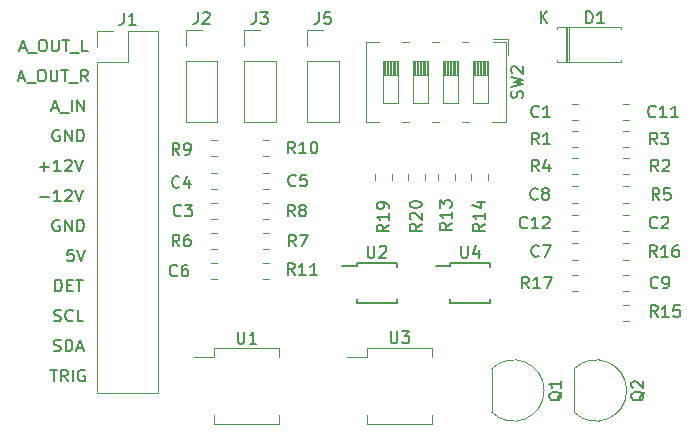
<source format=gto>
%TF.GenerationSoftware,KiCad,Pcbnew,(6.0.2)*%
%TF.CreationDate,2022-04-01T15:45:15-05:00*%
%TF.ProjectId,bassDrum,62617373-4472-4756-9d2e-6b696361645f,rev?*%
%TF.SameCoordinates,Original*%
%TF.FileFunction,Legend,Top*%
%TF.FilePolarity,Positive*%
%FSLAX46Y46*%
G04 Gerber Fmt 4.6, Leading zero omitted, Abs format (unit mm)*
G04 Created by KiCad (PCBNEW (6.0.2)) date 2022-04-01 15:45:15*
%MOMM*%
%LPD*%
G01*
G04 APERTURE LIST*
%ADD10C,0.150000*%
%ADD11C,0.120000*%
G04 APERTURE END LIST*
D10*
X109601190Y-107402380D02*
X110172619Y-107402380D01*
X109886904Y-108402380D02*
X109886904Y-107402380D01*
X111077380Y-108402380D02*
X110744047Y-107926190D01*
X110505952Y-108402380D02*
X110505952Y-107402380D01*
X110886904Y-107402380D01*
X110982142Y-107450000D01*
X111029761Y-107497619D01*
X111077380Y-107592857D01*
X111077380Y-107735714D01*
X111029761Y-107830952D01*
X110982142Y-107878571D01*
X110886904Y-107926190D01*
X110505952Y-107926190D01*
X111505952Y-108402380D02*
X111505952Y-107402380D01*
X112505952Y-107450000D02*
X112410714Y-107402380D01*
X112267857Y-107402380D01*
X112125000Y-107450000D01*
X112029761Y-107545238D01*
X111982142Y-107640476D01*
X111934523Y-107830952D01*
X111934523Y-107973809D01*
X111982142Y-108164285D01*
X112029761Y-108259523D01*
X112125000Y-108354761D01*
X112267857Y-108402380D01*
X112363095Y-108402380D01*
X112505952Y-108354761D01*
X112553571Y-108307142D01*
X112553571Y-107973809D01*
X112363095Y-107973809D01*
X109910714Y-105814761D02*
X110053571Y-105862380D01*
X110291666Y-105862380D01*
X110386904Y-105814761D01*
X110434523Y-105767142D01*
X110482142Y-105671904D01*
X110482142Y-105576666D01*
X110434523Y-105481428D01*
X110386904Y-105433809D01*
X110291666Y-105386190D01*
X110101190Y-105338571D01*
X110005952Y-105290952D01*
X109958333Y-105243333D01*
X109910714Y-105148095D01*
X109910714Y-105052857D01*
X109958333Y-104957619D01*
X110005952Y-104910000D01*
X110101190Y-104862380D01*
X110339285Y-104862380D01*
X110482142Y-104910000D01*
X110910714Y-105862380D02*
X110910714Y-104862380D01*
X111148809Y-104862380D01*
X111291666Y-104910000D01*
X111386904Y-105005238D01*
X111434523Y-105100476D01*
X111482142Y-105290952D01*
X111482142Y-105433809D01*
X111434523Y-105624285D01*
X111386904Y-105719523D01*
X111291666Y-105814761D01*
X111148809Y-105862380D01*
X110910714Y-105862380D01*
X111863095Y-105576666D02*
X112339285Y-105576666D01*
X111767857Y-105862380D02*
X112101190Y-104862380D01*
X112434523Y-105862380D01*
X109934523Y-103274761D02*
X110077380Y-103322380D01*
X110315476Y-103322380D01*
X110410714Y-103274761D01*
X110458333Y-103227142D01*
X110505952Y-103131904D01*
X110505952Y-103036666D01*
X110458333Y-102941428D01*
X110410714Y-102893809D01*
X110315476Y-102846190D01*
X110125000Y-102798571D01*
X110029761Y-102750952D01*
X109982142Y-102703333D01*
X109934523Y-102608095D01*
X109934523Y-102512857D01*
X109982142Y-102417619D01*
X110029761Y-102370000D01*
X110125000Y-102322380D01*
X110363095Y-102322380D01*
X110505952Y-102370000D01*
X111505952Y-103227142D02*
X111458333Y-103274761D01*
X111315476Y-103322380D01*
X111220238Y-103322380D01*
X111077380Y-103274761D01*
X110982142Y-103179523D01*
X110934523Y-103084285D01*
X110886904Y-102893809D01*
X110886904Y-102750952D01*
X110934523Y-102560476D01*
X110982142Y-102465238D01*
X111077380Y-102370000D01*
X111220238Y-102322380D01*
X111315476Y-102322380D01*
X111458333Y-102370000D01*
X111505952Y-102417619D01*
X112410714Y-103322380D02*
X111934523Y-103322380D01*
X111934523Y-102322380D01*
X110029761Y-100782380D02*
X110029761Y-99782380D01*
X110267857Y-99782380D01*
X110410714Y-99830000D01*
X110505952Y-99925238D01*
X110553571Y-100020476D01*
X110601190Y-100210952D01*
X110601190Y-100353809D01*
X110553571Y-100544285D01*
X110505952Y-100639523D01*
X110410714Y-100734761D01*
X110267857Y-100782380D01*
X110029761Y-100782380D01*
X111029761Y-100258571D02*
X111363095Y-100258571D01*
X111505952Y-100782380D02*
X111029761Y-100782380D01*
X111029761Y-99782380D01*
X111505952Y-99782380D01*
X111791666Y-99782380D02*
X112363095Y-99782380D01*
X112077380Y-100782380D02*
X112077380Y-99782380D01*
X111569523Y-97242380D02*
X111093333Y-97242380D01*
X111045714Y-97718571D01*
X111093333Y-97670952D01*
X111188571Y-97623333D01*
X111426666Y-97623333D01*
X111521904Y-97670952D01*
X111569523Y-97718571D01*
X111617142Y-97813809D01*
X111617142Y-98051904D01*
X111569523Y-98147142D01*
X111521904Y-98194761D01*
X111426666Y-98242380D01*
X111188571Y-98242380D01*
X111093333Y-98194761D01*
X111045714Y-98147142D01*
X111902857Y-97242380D02*
X112236190Y-98242380D01*
X112569523Y-97242380D01*
X110363095Y-94750000D02*
X110267857Y-94702380D01*
X110125000Y-94702380D01*
X109982142Y-94750000D01*
X109886904Y-94845238D01*
X109839285Y-94940476D01*
X109791666Y-95130952D01*
X109791666Y-95273809D01*
X109839285Y-95464285D01*
X109886904Y-95559523D01*
X109982142Y-95654761D01*
X110125000Y-95702380D01*
X110220238Y-95702380D01*
X110363095Y-95654761D01*
X110410714Y-95607142D01*
X110410714Y-95273809D01*
X110220238Y-95273809D01*
X110839285Y-95702380D02*
X110839285Y-94702380D01*
X111410714Y-95702380D01*
X111410714Y-94702380D01*
X111886904Y-95702380D02*
X111886904Y-94702380D01*
X112125000Y-94702380D01*
X112267857Y-94750000D01*
X112363095Y-94845238D01*
X112410714Y-94940476D01*
X112458333Y-95130952D01*
X112458333Y-95273809D01*
X112410714Y-95464285D01*
X112363095Y-95559523D01*
X112267857Y-95654761D01*
X112125000Y-95702380D01*
X111886904Y-95702380D01*
X108728095Y-92781428D02*
X109490000Y-92781428D01*
X110490000Y-93162380D02*
X109918571Y-93162380D01*
X110204285Y-93162380D02*
X110204285Y-92162380D01*
X110109047Y-92305238D01*
X110013809Y-92400476D01*
X109918571Y-92448095D01*
X110870952Y-92257619D02*
X110918571Y-92210000D01*
X111013809Y-92162380D01*
X111251904Y-92162380D01*
X111347142Y-92210000D01*
X111394761Y-92257619D01*
X111442380Y-92352857D01*
X111442380Y-92448095D01*
X111394761Y-92590952D01*
X110823333Y-93162380D01*
X111442380Y-93162380D01*
X111728095Y-92162380D02*
X112061428Y-93162380D01*
X112394761Y-92162380D01*
X108728095Y-90241428D02*
X109490000Y-90241428D01*
X109109047Y-90622380D02*
X109109047Y-89860476D01*
X110490000Y-90622380D02*
X109918571Y-90622380D01*
X110204285Y-90622380D02*
X110204285Y-89622380D01*
X110109047Y-89765238D01*
X110013809Y-89860476D01*
X109918571Y-89908095D01*
X110870952Y-89717619D02*
X110918571Y-89670000D01*
X111013809Y-89622380D01*
X111251904Y-89622380D01*
X111347142Y-89670000D01*
X111394761Y-89717619D01*
X111442380Y-89812857D01*
X111442380Y-89908095D01*
X111394761Y-90050952D01*
X110823333Y-90622380D01*
X111442380Y-90622380D01*
X111728095Y-89622380D02*
X112061428Y-90622380D01*
X112394761Y-89622380D01*
X110363095Y-87130000D02*
X110267857Y-87082380D01*
X110125000Y-87082380D01*
X109982142Y-87130000D01*
X109886904Y-87225238D01*
X109839285Y-87320476D01*
X109791666Y-87510952D01*
X109791666Y-87653809D01*
X109839285Y-87844285D01*
X109886904Y-87939523D01*
X109982142Y-88034761D01*
X110125000Y-88082380D01*
X110220238Y-88082380D01*
X110363095Y-88034761D01*
X110410714Y-87987142D01*
X110410714Y-87653809D01*
X110220238Y-87653809D01*
X110839285Y-88082380D02*
X110839285Y-87082380D01*
X111410714Y-88082380D01*
X111410714Y-87082380D01*
X111886904Y-88082380D02*
X111886904Y-87082380D01*
X112125000Y-87082380D01*
X112267857Y-87130000D01*
X112363095Y-87225238D01*
X112410714Y-87320476D01*
X112458333Y-87510952D01*
X112458333Y-87653809D01*
X112410714Y-87844285D01*
X112363095Y-87939523D01*
X112267857Y-88034761D01*
X112125000Y-88082380D01*
X111886904Y-88082380D01*
X109744047Y-85256666D02*
X110220238Y-85256666D01*
X109648809Y-85542380D02*
X109982142Y-84542380D01*
X110315476Y-85542380D01*
X110410714Y-85637619D02*
X111172619Y-85637619D01*
X111410714Y-85542380D02*
X111410714Y-84542380D01*
X111886904Y-85542380D02*
X111886904Y-84542380D01*
X112458333Y-85542380D01*
X112458333Y-84542380D01*
X106926428Y-82716666D02*
X107402619Y-82716666D01*
X106831190Y-83002380D02*
X107164523Y-82002380D01*
X107497857Y-83002380D01*
X107593095Y-83097619D02*
X108355000Y-83097619D01*
X108783571Y-82002380D02*
X108974047Y-82002380D01*
X109069285Y-82050000D01*
X109164523Y-82145238D01*
X109212142Y-82335714D01*
X109212142Y-82669047D01*
X109164523Y-82859523D01*
X109069285Y-82954761D01*
X108974047Y-83002380D01*
X108783571Y-83002380D01*
X108688333Y-82954761D01*
X108593095Y-82859523D01*
X108545476Y-82669047D01*
X108545476Y-82335714D01*
X108593095Y-82145238D01*
X108688333Y-82050000D01*
X108783571Y-82002380D01*
X109640714Y-82002380D02*
X109640714Y-82811904D01*
X109688333Y-82907142D01*
X109735952Y-82954761D01*
X109831190Y-83002380D01*
X110021666Y-83002380D01*
X110116904Y-82954761D01*
X110164523Y-82907142D01*
X110212142Y-82811904D01*
X110212142Y-82002380D01*
X110545476Y-82002380D02*
X111116904Y-82002380D01*
X110831190Y-83002380D02*
X110831190Y-82002380D01*
X111212142Y-83097619D02*
X111974047Y-83097619D01*
X112783571Y-83002380D02*
X112450238Y-82526190D01*
X112212142Y-83002380D02*
X112212142Y-82002380D01*
X112593095Y-82002380D01*
X112688333Y-82050000D01*
X112735952Y-82097619D01*
X112783571Y-82192857D01*
X112783571Y-82335714D01*
X112735952Y-82430952D01*
X112688333Y-82478571D01*
X112593095Y-82526190D01*
X112212142Y-82526190D01*
X107021666Y-80176666D02*
X107497857Y-80176666D01*
X106926428Y-80462380D02*
X107259761Y-79462380D01*
X107593095Y-80462380D01*
X107688333Y-80557619D02*
X108450238Y-80557619D01*
X108878809Y-79462380D02*
X109069285Y-79462380D01*
X109164523Y-79510000D01*
X109259761Y-79605238D01*
X109307380Y-79795714D01*
X109307380Y-80129047D01*
X109259761Y-80319523D01*
X109164523Y-80414761D01*
X109069285Y-80462380D01*
X108878809Y-80462380D01*
X108783571Y-80414761D01*
X108688333Y-80319523D01*
X108640714Y-80129047D01*
X108640714Y-79795714D01*
X108688333Y-79605238D01*
X108783571Y-79510000D01*
X108878809Y-79462380D01*
X109735952Y-79462380D02*
X109735952Y-80271904D01*
X109783571Y-80367142D01*
X109831190Y-80414761D01*
X109926428Y-80462380D01*
X110116904Y-80462380D01*
X110212142Y-80414761D01*
X110259761Y-80367142D01*
X110307380Y-80271904D01*
X110307380Y-79462380D01*
X110640714Y-79462380D02*
X111212142Y-79462380D01*
X110926428Y-80462380D02*
X110926428Y-79462380D01*
X111307380Y-80557619D02*
X112069285Y-80557619D01*
X112783571Y-80462380D02*
X112307380Y-80462380D01*
X112307380Y-79462380D01*
%TO.C,U4*%
X144399095Y-96928380D02*
X144399095Y-97737904D01*
X144446714Y-97833142D01*
X144494333Y-97880761D01*
X144589571Y-97928380D01*
X144780047Y-97928380D01*
X144875285Y-97880761D01*
X144922904Y-97833142D01*
X144970523Y-97737904D01*
X144970523Y-96928380D01*
X145875285Y-97261714D02*
X145875285Y-97928380D01*
X145637190Y-96880761D02*
X145399095Y-97595047D01*
X146018142Y-97595047D01*
%TO.C,U3*%
X138430095Y-104165180D02*
X138430095Y-104974704D01*
X138477714Y-105069942D01*
X138525333Y-105117561D01*
X138620571Y-105165180D01*
X138811047Y-105165180D01*
X138906285Y-105117561D01*
X138953904Y-105069942D01*
X139001523Y-104974704D01*
X139001523Y-104165180D01*
X139382476Y-104165180D02*
X140001523Y-104165180D01*
X139668190Y-104546133D01*
X139811047Y-104546133D01*
X139906285Y-104593752D01*
X139953904Y-104641371D01*
X140001523Y-104736609D01*
X140001523Y-104974704D01*
X139953904Y-105069942D01*
X139906285Y-105117561D01*
X139811047Y-105165180D01*
X139525333Y-105165180D01*
X139430095Y-105117561D01*
X139382476Y-105069942D01*
%TO.C,U2*%
X136484095Y-96928380D02*
X136484095Y-97737904D01*
X136531714Y-97833142D01*
X136579333Y-97880761D01*
X136674571Y-97928380D01*
X136865047Y-97928380D01*
X136960285Y-97880761D01*
X137007904Y-97833142D01*
X137055523Y-97737904D01*
X137055523Y-96928380D01*
X137484095Y-97023619D02*
X137531714Y-96976000D01*
X137626952Y-96928380D01*
X137865047Y-96928380D01*
X137960285Y-96976000D01*
X138007904Y-97023619D01*
X138055523Y-97118857D01*
X138055523Y-97214095D01*
X138007904Y-97356952D01*
X137436476Y-97928380D01*
X138055523Y-97928380D01*
%TO.C,U1*%
X125476095Y-104190580D02*
X125476095Y-105000104D01*
X125523714Y-105095342D01*
X125571333Y-105142961D01*
X125666571Y-105190580D01*
X125857047Y-105190580D01*
X125952285Y-105142961D01*
X125999904Y-105095342D01*
X126047523Y-105000104D01*
X126047523Y-104190580D01*
X127047523Y-105190580D02*
X126476095Y-105190580D01*
X126761809Y-105190580D02*
X126761809Y-104190580D01*
X126666571Y-104333438D01*
X126571333Y-104428676D01*
X126476095Y-104476295D01*
%TO.C,SW2*%
X149564761Y-84391333D02*
X149612380Y-84248476D01*
X149612380Y-84010380D01*
X149564761Y-83915142D01*
X149517142Y-83867523D01*
X149421904Y-83819904D01*
X149326666Y-83819904D01*
X149231428Y-83867523D01*
X149183809Y-83915142D01*
X149136190Y-84010380D01*
X149088571Y-84200857D01*
X149040952Y-84296095D01*
X148993333Y-84343714D01*
X148898095Y-84391333D01*
X148802857Y-84391333D01*
X148707619Y-84343714D01*
X148660000Y-84296095D01*
X148612380Y-84200857D01*
X148612380Y-83962761D01*
X148660000Y-83819904D01*
X148612380Y-83486571D02*
X149612380Y-83248476D01*
X148898095Y-83058000D01*
X149612380Y-82867523D01*
X148612380Y-82629428D01*
X148707619Y-82296095D02*
X148660000Y-82248476D01*
X148612380Y-82153238D01*
X148612380Y-81915142D01*
X148660000Y-81819904D01*
X148707619Y-81772285D01*
X148802857Y-81724666D01*
X148898095Y-81724666D01*
X149040952Y-81772285D01*
X149612380Y-82343714D01*
X149612380Y-81724666D01*
%TO.C,R20*%
X141041380Y-95052357D02*
X140565190Y-95385690D01*
X141041380Y-95623785D02*
X140041380Y-95623785D01*
X140041380Y-95242833D01*
X140089000Y-95147595D01*
X140136619Y-95099976D01*
X140231857Y-95052357D01*
X140374714Y-95052357D01*
X140469952Y-95099976D01*
X140517571Y-95147595D01*
X140565190Y-95242833D01*
X140565190Y-95623785D01*
X140136619Y-94671404D02*
X140089000Y-94623785D01*
X140041380Y-94528547D01*
X140041380Y-94290452D01*
X140089000Y-94195214D01*
X140136619Y-94147595D01*
X140231857Y-94099976D01*
X140327095Y-94099976D01*
X140469952Y-94147595D01*
X141041380Y-94719023D01*
X141041380Y-94099976D01*
X140041380Y-93480928D02*
X140041380Y-93385690D01*
X140089000Y-93290452D01*
X140136619Y-93242833D01*
X140231857Y-93195214D01*
X140422333Y-93147595D01*
X140660428Y-93147595D01*
X140850904Y-93195214D01*
X140946142Y-93242833D01*
X140993761Y-93290452D01*
X141041380Y-93385690D01*
X141041380Y-93480928D01*
X140993761Y-93576166D01*
X140946142Y-93623785D01*
X140850904Y-93671404D01*
X140660428Y-93719023D01*
X140422333Y-93719023D01*
X140231857Y-93671404D01*
X140136619Y-93623785D01*
X140089000Y-93576166D01*
X140041380Y-93480928D01*
%TO.C,R19*%
X138247380Y-95130857D02*
X137771190Y-95464190D01*
X138247380Y-95702285D02*
X137247380Y-95702285D01*
X137247380Y-95321333D01*
X137295000Y-95226095D01*
X137342619Y-95178476D01*
X137437857Y-95130857D01*
X137580714Y-95130857D01*
X137675952Y-95178476D01*
X137723571Y-95226095D01*
X137771190Y-95321333D01*
X137771190Y-95702285D01*
X138247380Y-94178476D02*
X138247380Y-94749904D01*
X138247380Y-94464190D02*
X137247380Y-94464190D01*
X137390238Y-94559428D01*
X137485476Y-94654666D01*
X137533095Y-94749904D01*
X138247380Y-93702285D02*
X138247380Y-93511809D01*
X138199761Y-93416571D01*
X138152142Y-93368952D01*
X138009285Y-93273714D01*
X137818809Y-93226095D01*
X137437857Y-93226095D01*
X137342619Y-93273714D01*
X137295000Y-93321333D01*
X137247380Y-93416571D01*
X137247380Y-93607047D01*
X137295000Y-93702285D01*
X137342619Y-93749904D01*
X137437857Y-93797523D01*
X137675952Y-93797523D01*
X137771190Y-93749904D01*
X137818809Y-93702285D01*
X137866428Y-93607047D01*
X137866428Y-93416571D01*
X137818809Y-93321333D01*
X137771190Y-93273714D01*
X137675952Y-93226095D01*
%TO.C,R17*%
X150136142Y-100528380D02*
X149802809Y-100052190D01*
X149564714Y-100528380D02*
X149564714Y-99528380D01*
X149945666Y-99528380D01*
X150040904Y-99576000D01*
X150088523Y-99623619D01*
X150136142Y-99718857D01*
X150136142Y-99861714D01*
X150088523Y-99956952D01*
X150040904Y-100004571D01*
X149945666Y-100052190D01*
X149564714Y-100052190D01*
X151088523Y-100528380D02*
X150517095Y-100528380D01*
X150802809Y-100528380D02*
X150802809Y-99528380D01*
X150707571Y-99671238D01*
X150612333Y-99766476D01*
X150517095Y-99814095D01*
X151421857Y-99528380D02*
X152088523Y-99528380D01*
X151659952Y-100528380D01*
%TO.C,R16*%
X160949642Y-97861380D02*
X160616309Y-97385190D01*
X160378214Y-97861380D02*
X160378214Y-96861380D01*
X160759166Y-96861380D01*
X160854404Y-96909000D01*
X160902023Y-96956619D01*
X160949642Y-97051857D01*
X160949642Y-97194714D01*
X160902023Y-97289952D01*
X160854404Y-97337571D01*
X160759166Y-97385190D01*
X160378214Y-97385190D01*
X161902023Y-97861380D02*
X161330595Y-97861380D01*
X161616309Y-97861380D02*
X161616309Y-96861380D01*
X161521071Y-97004238D01*
X161425833Y-97099476D01*
X161330595Y-97147095D01*
X162759166Y-96861380D02*
X162568690Y-96861380D01*
X162473452Y-96909000D01*
X162425833Y-96956619D01*
X162330595Y-97099476D01*
X162282976Y-97289952D01*
X162282976Y-97670904D01*
X162330595Y-97766142D01*
X162378214Y-97813761D01*
X162473452Y-97861380D01*
X162663928Y-97861380D01*
X162759166Y-97813761D01*
X162806785Y-97766142D01*
X162854404Y-97670904D01*
X162854404Y-97432809D01*
X162806785Y-97337571D01*
X162759166Y-97289952D01*
X162663928Y-97242333D01*
X162473452Y-97242333D01*
X162378214Y-97289952D01*
X162330595Y-97337571D01*
X162282976Y-97432809D01*
%TO.C,R15*%
X161028142Y-102941380D02*
X160694809Y-102465190D01*
X160456714Y-102941380D02*
X160456714Y-101941380D01*
X160837666Y-101941380D01*
X160932904Y-101989000D01*
X160980523Y-102036619D01*
X161028142Y-102131857D01*
X161028142Y-102274714D01*
X160980523Y-102369952D01*
X160932904Y-102417571D01*
X160837666Y-102465190D01*
X160456714Y-102465190D01*
X161980523Y-102941380D02*
X161409095Y-102941380D01*
X161694809Y-102941380D02*
X161694809Y-101941380D01*
X161599571Y-102084238D01*
X161504333Y-102179476D01*
X161409095Y-102227095D01*
X162885285Y-101941380D02*
X162409095Y-101941380D01*
X162361476Y-102417571D01*
X162409095Y-102369952D01*
X162504333Y-102322333D01*
X162742428Y-102322333D01*
X162837666Y-102369952D01*
X162885285Y-102417571D01*
X162932904Y-102512809D01*
X162932904Y-102750904D01*
X162885285Y-102846142D01*
X162837666Y-102893761D01*
X162742428Y-102941380D01*
X162504333Y-102941380D01*
X162409095Y-102893761D01*
X162361476Y-102846142D01*
%TO.C,R14*%
X146375380Y-95052357D02*
X145899190Y-95385690D01*
X146375380Y-95623785D02*
X145375380Y-95623785D01*
X145375380Y-95242833D01*
X145423000Y-95147595D01*
X145470619Y-95099976D01*
X145565857Y-95052357D01*
X145708714Y-95052357D01*
X145803952Y-95099976D01*
X145851571Y-95147595D01*
X145899190Y-95242833D01*
X145899190Y-95623785D01*
X146375380Y-94099976D02*
X146375380Y-94671404D01*
X146375380Y-94385690D02*
X145375380Y-94385690D01*
X145518238Y-94480928D01*
X145613476Y-94576166D01*
X145661095Y-94671404D01*
X145708714Y-93242833D02*
X146375380Y-93242833D01*
X145327761Y-93480928D02*
X146042047Y-93719023D01*
X146042047Y-93099976D01*
%TO.C,R13*%
X143581380Y-94973857D02*
X143105190Y-95307190D01*
X143581380Y-95545285D02*
X142581380Y-95545285D01*
X142581380Y-95164333D01*
X142629000Y-95069095D01*
X142676619Y-95021476D01*
X142771857Y-94973857D01*
X142914714Y-94973857D01*
X143009952Y-95021476D01*
X143057571Y-95069095D01*
X143105190Y-95164333D01*
X143105190Y-95545285D01*
X143581380Y-94021476D02*
X143581380Y-94592904D01*
X143581380Y-94307190D02*
X142581380Y-94307190D01*
X142724238Y-94402428D01*
X142819476Y-94497666D01*
X142867095Y-94592904D01*
X142581380Y-93688142D02*
X142581380Y-93069095D01*
X142962333Y-93402428D01*
X142962333Y-93259571D01*
X143009952Y-93164333D01*
X143057571Y-93116714D01*
X143152809Y-93069095D01*
X143390904Y-93069095D01*
X143486142Y-93116714D01*
X143533761Y-93164333D01*
X143581380Y-93259571D01*
X143581380Y-93545285D01*
X143533761Y-93640523D01*
X143486142Y-93688142D01*
%TO.C,R11*%
X130294142Y-99385380D02*
X129960809Y-98909190D01*
X129722714Y-99385380D02*
X129722714Y-98385380D01*
X130103666Y-98385380D01*
X130198904Y-98433000D01*
X130246523Y-98480619D01*
X130294142Y-98575857D01*
X130294142Y-98718714D01*
X130246523Y-98813952D01*
X130198904Y-98861571D01*
X130103666Y-98909190D01*
X129722714Y-98909190D01*
X131246523Y-99385380D02*
X130675095Y-99385380D01*
X130960809Y-99385380D02*
X130960809Y-98385380D01*
X130865571Y-98528238D01*
X130770333Y-98623476D01*
X130675095Y-98671095D01*
X132198904Y-99385380D02*
X131627476Y-99385380D01*
X131913190Y-99385380D02*
X131913190Y-98385380D01*
X131817952Y-98528238D01*
X131722714Y-98623476D01*
X131627476Y-98671095D01*
%TO.C,R10*%
X130324142Y-89098380D02*
X129990809Y-88622190D01*
X129752714Y-89098380D02*
X129752714Y-88098380D01*
X130133666Y-88098380D01*
X130228904Y-88146000D01*
X130276523Y-88193619D01*
X130324142Y-88288857D01*
X130324142Y-88431714D01*
X130276523Y-88526952D01*
X130228904Y-88574571D01*
X130133666Y-88622190D01*
X129752714Y-88622190D01*
X131276523Y-89098380D02*
X130705095Y-89098380D01*
X130990809Y-89098380D02*
X130990809Y-88098380D01*
X130895571Y-88241238D01*
X130800333Y-88336476D01*
X130705095Y-88384095D01*
X131895571Y-88098380D02*
X131990809Y-88098380D01*
X132086047Y-88146000D01*
X132133666Y-88193619D01*
X132181285Y-88288857D01*
X132228904Y-88479333D01*
X132228904Y-88717428D01*
X132181285Y-88907904D01*
X132133666Y-89003142D01*
X132086047Y-89050761D01*
X131990809Y-89098380D01*
X131895571Y-89098380D01*
X131800333Y-89050761D01*
X131752714Y-89003142D01*
X131705095Y-88907904D01*
X131657476Y-88717428D01*
X131657476Y-88479333D01*
X131705095Y-88288857D01*
X131752714Y-88193619D01*
X131800333Y-88146000D01*
X131895571Y-88098380D01*
%TO.C,R9*%
X120531833Y-89225380D02*
X120198500Y-88749190D01*
X119960404Y-89225380D02*
X119960404Y-88225380D01*
X120341357Y-88225380D01*
X120436595Y-88273000D01*
X120484214Y-88320619D01*
X120531833Y-88415857D01*
X120531833Y-88558714D01*
X120484214Y-88653952D01*
X120436595Y-88701571D01*
X120341357Y-88749190D01*
X119960404Y-88749190D01*
X121008023Y-89225380D02*
X121198500Y-89225380D01*
X121293738Y-89177761D01*
X121341357Y-89130142D01*
X121436595Y-88987285D01*
X121484214Y-88796809D01*
X121484214Y-88415857D01*
X121436595Y-88320619D01*
X121388976Y-88273000D01*
X121293738Y-88225380D01*
X121103261Y-88225380D01*
X121008023Y-88273000D01*
X120960404Y-88320619D01*
X120912785Y-88415857D01*
X120912785Y-88653952D01*
X120960404Y-88749190D01*
X121008023Y-88796809D01*
X121103261Y-88844428D01*
X121293738Y-88844428D01*
X121388976Y-88796809D01*
X121436595Y-88749190D01*
X121484214Y-88653952D01*
%TO.C,R8*%
X130292333Y-94432380D02*
X129959000Y-93956190D01*
X129720904Y-94432380D02*
X129720904Y-93432380D01*
X130101857Y-93432380D01*
X130197095Y-93480000D01*
X130244714Y-93527619D01*
X130292333Y-93622857D01*
X130292333Y-93765714D01*
X130244714Y-93860952D01*
X130197095Y-93908571D01*
X130101857Y-93956190D01*
X129720904Y-93956190D01*
X130863761Y-93860952D02*
X130768523Y-93813333D01*
X130720904Y-93765714D01*
X130673285Y-93670476D01*
X130673285Y-93622857D01*
X130720904Y-93527619D01*
X130768523Y-93480000D01*
X130863761Y-93432380D01*
X131054238Y-93432380D01*
X131149476Y-93480000D01*
X131197095Y-93527619D01*
X131244714Y-93622857D01*
X131244714Y-93670476D01*
X131197095Y-93765714D01*
X131149476Y-93813333D01*
X131054238Y-93860952D01*
X130863761Y-93860952D01*
X130768523Y-93908571D01*
X130720904Y-93956190D01*
X130673285Y-94051428D01*
X130673285Y-94241904D01*
X130720904Y-94337142D01*
X130768523Y-94384761D01*
X130863761Y-94432380D01*
X131054238Y-94432380D01*
X131149476Y-94384761D01*
X131197095Y-94337142D01*
X131244714Y-94241904D01*
X131244714Y-94051428D01*
X131197095Y-93956190D01*
X131149476Y-93908571D01*
X131054238Y-93860952D01*
%TO.C,R7*%
X130389333Y-96972380D02*
X130056000Y-96496190D01*
X129817904Y-96972380D02*
X129817904Y-95972380D01*
X130198857Y-95972380D01*
X130294095Y-96020000D01*
X130341714Y-96067619D01*
X130389333Y-96162857D01*
X130389333Y-96305714D01*
X130341714Y-96400952D01*
X130294095Y-96448571D01*
X130198857Y-96496190D01*
X129817904Y-96496190D01*
X130722666Y-95972380D02*
X131389333Y-95972380D01*
X130960761Y-96972380D01*
%TO.C,R6*%
X120531833Y-96972380D02*
X120198500Y-96496190D01*
X119960404Y-96972380D02*
X119960404Y-95972380D01*
X120341357Y-95972380D01*
X120436595Y-96020000D01*
X120484214Y-96067619D01*
X120531833Y-96162857D01*
X120531833Y-96305714D01*
X120484214Y-96400952D01*
X120436595Y-96448571D01*
X120341357Y-96496190D01*
X119960404Y-96496190D01*
X121388976Y-95972380D02*
X121198500Y-95972380D01*
X121103261Y-96020000D01*
X121055642Y-96067619D01*
X120960404Y-96210476D01*
X120912785Y-96400952D01*
X120912785Y-96781904D01*
X120960404Y-96877142D01*
X121008023Y-96924761D01*
X121103261Y-96972380D01*
X121293738Y-96972380D01*
X121388976Y-96924761D01*
X121436595Y-96877142D01*
X121484214Y-96781904D01*
X121484214Y-96543809D01*
X121436595Y-96448571D01*
X121388976Y-96400952D01*
X121293738Y-96353333D01*
X121103261Y-96353333D01*
X121008023Y-96400952D01*
X120960404Y-96448571D01*
X120912785Y-96543809D01*
%TO.C,R5*%
X161171833Y-93035380D02*
X160838500Y-92559190D01*
X160600404Y-93035380D02*
X160600404Y-92035380D01*
X160981357Y-92035380D01*
X161076595Y-92083000D01*
X161124214Y-92130619D01*
X161171833Y-92225857D01*
X161171833Y-92368714D01*
X161124214Y-92463952D01*
X161076595Y-92511571D01*
X160981357Y-92559190D01*
X160600404Y-92559190D01*
X162076595Y-92035380D02*
X161600404Y-92035380D01*
X161552785Y-92511571D01*
X161600404Y-92463952D01*
X161695642Y-92416333D01*
X161933738Y-92416333D01*
X162028976Y-92463952D01*
X162076595Y-92511571D01*
X162124214Y-92606809D01*
X162124214Y-92844904D01*
X162076595Y-92940142D01*
X162028976Y-92987761D01*
X161933738Y-93035380D01*
X161695642Y-93035380D01*
X161600404Y-92987761D01*
X161552785Y-92940142D01*
%TO.C,R4*%
X150963333Y-90622380D02*
X150630000Y-90146190D01*
X150391904Y-90622380D02*
X150391904Y-89622380D01*
X150772857Y-89622380D01*
X150868095Y-89670000D01*
X150915714Y-89717619D01*
X150963333Y-89812857D01*
X150963333Y-89955714D01*
X150915714Y-90050952D01*
X150868095Y-90098571D01*
X150772857Y-90146190D01*
X150391904Y-90146190D01*
X151820476Y-89955714D02*
X151820476Y-90622380D01*
X151582380Y-89574761D02*
X151344285Y-90289047D01*
X151963333Y-90289047D01*
%TO.C,R3*%
X160996333Y-88336380D02*
X160663000Y-87860190D01*
X160424904Y-88336380D02*
X160424904Y-87336380D01*
X160805857Y-87336380D01*
X160901095Y-87384000D01*
X160948714Y-87431619D01*
X160996333Y-87526857D01*
X160996333Y-87669714D01*
X160948714Y-87764952D01*
X160901095Y-87812571D01*
X160805857Y-87860190D01*
X160424904Y-87860190D01*
X161329666Y-87336380D02*
X161948714Y-87336380D01*
X161615380Y-87717333D01*
X161758238Y-87717333D01*
X161853476Y-87764952D01*
X161901095Y-87812571D01*
X161948714Y-87907809D01*
X161948714Y-88145904D01*
X161901095Y-88241142D01*
X161853476Y-88288761D01*
X161758238Y-88336380D01*
X161472523Y-88336380D01*
X161377285Y-88288761D01*
X161329666Y-88241142D01*
%TO.C,R2*%
X161074833Y-90622380D02*
X160741500Y-90146190D01*
X160503404Y-90622380D02*
X160503404Y-89622380D01*
X160884357Y-89622380D01*
X160979595Y-89670000D01*
X161027214Y-89717619D01*
X161074833Y-89812857D01*
X161074833Y-89955714D01*
X161027214Y-90050952D01*
X160979595Y-90098571D01*
X160884357Y-90146190D01*
X160503404Y-90146190D01*
X161455785Y-89717619D02*
X161503404Y-89670000D01*
X161598642Y-89622380D01*
X161836738Y-89622380D01*
X161931976Y-89670000D01*
X161979595Y-89717619D01*
X162027214Y-89812857D01*
X162027214Y-89908095D01*
X161979595Y-90050952D01*
X161408166Y-90622380D01*
X162027214Y-90622380D01*
%TO.C,R1*%
X150963333Y-88336380D02*
X150630000Y-87860190D01*
X150391904Y-88336380D02*
X150391904Y-87336380D01*
X150772857Y-87336380D01*
X150868095Y-87384000D01*
X150915714Y-87431619D01*
X150963333Y-87526857D01*
X150963333Y-87669714D01*
X150915714Y-87764952D01*
X150868095Y-87812571D01*
X150772857Y-87860190D01*
X150391904Y-87860190D01*
X151915714Y-88336380D02*
X151344285Y-88336380D01*
X151630000Y-88336380D02*
X151630000Y-87336380D01*
X151534761Y-87479238D01*
X151439523Y-87574476D01*
X151344285Y-87622095D01*
%TO.C,Q2*%
X159911219Y-109264438D02*
X159863600Y-109359676D01*
X159768361Y-109454914D01*
X159625504Y-109597771D01*
X159577885Y-109693009D01*
X159577885Y-109788247D01*
X159815980Y-109740628D02*
X159768361Y-109835866D01*
X159673123Y-109931104D01*
X159482647Y-109978723D01*
X159149314Y-109978723D01*
X158958838Y-109931104D01*
X158863600Y-109835866D01*
X158815980Y-109740628D01*
X158815980Y-109550152D01*
X158863600Y-109454914D01*
X158958838Y-109359676D01*
X159149314Y-109312057D01*
X159482647Y-109312057D01*
X159673123Y-109359676D01*
X159768361Y-109454914D01*
X159815980Y-109550152D01*
X159815980Y-109740628D01*
X158911219Y-108931104D02*
X158863600Y-108883485D01*
X158815980Y-108788247D01*
X158815980Y-108550152D01*
X158863600Y-108454914D01*
X158911219Y-108407295D01*
X159006457Y-108359676D01*
X159101695Y-108359676D01*
X159244552Y-108407295D01*
X159815980Y-108978723D01*
X159815980Y-108359676D01*
%TO.C,Q1*%
X152926219Y-109264438D02*
X152878600Y-109359676D01*
X152783361Y-109454914D01*
X152640504Y-109597771D01*
X152592885Y-109693009D01*
X152592885Y-109788247D01*
X152830980Y-109740628D02*
X152783361Y-109835866D01*
X152688123Y-109931104D01*
X152497647Y-109978723D01*
X152164314Y-109978723D01*
X151973838Y-109931104D01*
X151878600Y-109835866D01*
X151830980Y-109740628D01*
X151830980Y-109550152D01*
X151878600Y-109454914D01*
X151973838Y-109359676D01*
X152164314Y-109312057D01*
X152497647Y-109312057D01*
X152688123Y-109359676D01*
X152783361Y-109454914D01*
X152830980Y-109550152D01*
X152830980Y-109740628D01*
X152830980Y-108359676D02*
X152830980Y-108931104D01*
X152830980Y-108645390D02*
X151830980Y-108645390D01*
X151973838Y-108740628D01*
X152069076Y-108835866D01*
X152116695Y-108931104D01*
%TO.C,J5*%
X132356266Y-77132380D02*
X132356266Y-77846666D01*
X132308647Y-77989523D01*
X132213409Y-78084761D01*
X132070552Y-78132380D01*
X131975314Y-78132380D01*
X133308647Y-77132380D02*
X132832457Y-77132380D01*
X132784838Y-77608571D01*
X132832457Y-77560952D01*
X132927695Y-77513333D01*
X133165790Y-77513333D01*
X133261028Y-77560952D01*
X133308647Y-77608571D01*
X133356266Y-77703809D01*
X133356266Y-77941904D01*
X133308647Y-78037142D01*
X133261028Y-78084761D01*
X133165790Y-78132380D01*
X132927695Y-78132380D01*
X132832457Y-78084761D01*
X132784838Y-78037142D01*
%TO.C,J3*%
X127022266Y-77132380D02*
X127022266Y-77846666D01*
X126974647Y-77989523D01*
X126879409Y-78084761D01*
X126736552Y-78132380D01*
X126641314Y-78132380D01*
X127403219Y-77132380D02*
X128022266Y-77132380D01*
X127688933Y-77513333D01*
X127831790Y-77513333D01*
X127927028Y-77560952D01*
X127974647Y-77608571D01*
X128022266Y-77703809D01*
X128022266Y-77941904D01*
X127974647Y-78037142D01*
X127927028Y-78084761D01*
X127831790Y-78132380D01*
X127546076Y-78132380D01*
X127450838Y-78084761D01*
X127403219Y-78037142D01*
%TO.C,J2*%
X122094666Y-77132380D02*
X122094666Y-77846666D01*
X122047047Y-77989523D01*
X121951809Y-78084761D01*
X121808952Y-78132380D01*
X121713714Y-78132380D01*
X122523238Y-77227619D02*
X122570857Y-77180000D01*
X122666095Y-77132380D01*
X122904190Y-77132380D01*
X122999428Y-77180000D01*
X123047047Y-77227619D01*
X123094666Y-77322857D01*
X123094666Y-77418095D01*
X123047047Y-77560952D01*
X122475619Y-78132380D01*
X123094666Y-78132380D01*
%TO.C,J1*%
X115831066Y-77213580D02*
X115831066Y-77927866D01*
X115783447Y-78070723D01*
X115688209Y-78165961D01*
X115545352Y-78213580D01*
X115450114Y-78213580D01*
X116831066Y-78213580D02*
X116259638Y-78213580D01*
X116545352Y-78213580D02*
X116545352Y-77213580D01*
X116450114Y-77356438D01*
X116354876Y-77451676D01*
X116259638Y-77499295D01*
%TO.C,D1*%
X154963904Y-78074780D02*
X154963904Y-77074780D01*
X155202000Y-77074780D01*
X155344857Y-77122400D01*
X155440095Y-77217638D01*
X155487714Y-77312876D01*
X155535333Y-77503352D01*
X155535333Y-77646209D01*
X155487714Y-77836685D01*
X155440095Y-77931923D01*
X155344857Y-78027161D01*
X155202000Y-78074780D01*
X154963904Y-78074780D01*
X156487714Y-78074780D02*
X155916285Y-78074780D01*
X156202000Y-78074780D02*
X156202000Y-77074780D01*
X156106761Y-77217638D01*
X156011523Y-77312876D01*
X155916285Y-77360495D01*
X151122095Y-78023980D02*
X151122095Y-77023980D01*
X151693523Y-78023980D02*
X151264952Y-77452552D01*
X151693523Y-77023980D02*
X151122095Y-77595409D01*
%TO.C,C12*%
X149979142Y-95353142D02*
X149931523Y-95400761D01*
X149788666Y-95448380D01*
X149693428Y-95448380D01*
X149550571Y-95400761D01*
X149455333Y-95305523D01*
X149407714Y-95210285D01*
X149360095Y-95019809D01*
X149360095Y-94876952D01*
X149407714Y-94686476D01*
X149455333Y-94591238D01*
X149550571Y-94496000D01*
X149693428Y-94448380D01*
X149788666Y-94448380D01*
X149931523Y-94496000D01*
X149979142Y-94543619D01*
X150931523Y-95448380D02*
X150360095Y-95448380D01*
X150645809Y-95448380D02*
X150645809Y-94448380D01*
X150550571Y-94591238D01*
X150455333Y-94686476D01*
X150360095Y-94734095D01*
X151312476Y-94543619D02*
X151360095Y-94496000D01*
X151455333Y-94448380D01*
X151693428Y-94448380D01*
X151788666Y-94496000D01*
X151836285Y-94543619D01*
X151883904Y-94638857D01*
X151883904Y-94734095D01*
X151836285Y-94876952D01*
X151264857Y-95448380D01*
X151883904Y-95448380D01*
%TO.C,C11*%
X160852642Y-85955142D02*
X160805023Y-86002761D01*
X160662166Y-86050380D01*
X160566928Y-86050380D01*
X160424071Y-86002761D01*
X160328833Y-85907523D01*
X160281214Y-85812285D01*
X160233595Y-85621809D01*
X160233595Y-85478952D01*
X160281214Y-85288476D01*
X160328833Y-85193238D01*
X160424071Y-85098000D01*
X160566928Y-85050380D01*
X160662166Y-85050380D01*
X160805023Y-85098000D01*
X160852642Y-85145619D01*
X161805023Y-86050380D02*
X161233595Y-86050380D01*
X161519309Y-86050380D02*
X161519309Y-85050380D01*
X161424071Y-85193238D01*
X161328833Y-85288476D01*
X161233595Y-85336095D01*
X162757404Y-86050380D02*
X162185976Y-86050380D01*
X162471690Y-86050380D02*
X162471690Y-85050380D01*
X162376452Y-85193238D01*
X162281214Y-85288476D01*
X162185976Y-85336095D01*
%TO.C,C9*%
X161044833Y-100433142D02*
X160997214Y-100480761D01*
X160854357Y-100528380D01*
X160759119Y-100528380D01*
X160616261Y-100480761D01*
X160521023Y-100385523D01*
X160473404Y-100290285D01*
X160425785Y-100099809D01*
X160425785Y-99956952D01*
X160473404Y-99766476D01*
X160521023Y-99671238D01*
X160616261Y-99576000D01*
X160759119Y-99528380D01*
X160854357Y-99528380D01*
X160997214Y-99576000D01*
X161044833Y-99623619D01*
X161521023Y-100528380D02*
X161711500Y-100528380D01*
X161806738Y-100480761D01*
X161854357Y-100433142D01*
X161949595Y-100290285D01*
X161997214Y-100099809D01*
X161997214Y-99718857D01*
X161949595Y-99623619D01*
X161901976Y-99576000D01*
X161806738Y-99528380D01*
X161616261Y-99528380D01*
X161521023Y-99576000D01*
X161473404Y-99623619D01*
X161425785Y-99718857D01*
X161425785Y-99956952D01*
X161473404Y-100052190D01*
X161521023Y-100099809D01*
X161616261Y-100147428D01*
X161806738Y-100147428D01*
X161901976Y-100099809D01*
X161949595Y-100052190D01*
X161997214Y-99956952D01*
%TO.C,C8*%
X150866333Y-92940142D02*
X150818714Y-92987761D01*
X150675857Y-93035380D01*
X150580619Y-93035380D01*
X150437761Y-92987761D01*
X150342523Y-92892523D01*
X150294904Y-92797285D01*
X150247285Y-92606809D01*
X150247285Y-92463952D01*
X150294904Y-92273476D01*
X150342523Y-92178238D01*
X150437761Y-92083000D01*
X150580619Y-92035380D01*
X150675857Y-92035380D01*
X150818714Y-92083000D01*
X150866333Y-92130619D01*
X151437761Y-92463952D02*
X151342523Y-92416333D01*
X151294904Y-92368714D01*
X151247285Y-92273476D01*
X151247285Y-92225857D01*
X151294904Y-92130619D01*
X151342523Y-92083000D01*
X151437761Y-92035380D01*
X151628238Y-92035380D01*
X151723476Y-92083000D01*
X151771095Y-92130619D01*
X151818714Y-92225857D01*
X151818714Y-92273476D01*
X151771095Y-92368714D01*
X151723476Y-92416333D01*
X151628238Y-92463952D01*
X151437761Y-92463952D01*
X151342523Y-92511571D01*
X151294904Y-92559190D01*
X151247285Y-92654428D01*
X151247285Y-92844904D01*
X151294904Y-92940142D01*
X151342523Y-92987761D01*
X151437761Y-93035380D01*
X151628238Y-93035380D01*
X151723476Y-92987761D01*
X151771095Y-92940142D01*
X151818714Y-92844904D01*
X151818714Y-92654428D01*
X151771095Y-92559190D01*
X151723476Y-92511571D01*
X151628238Y-92463952D01*
%TO.C,C7*%
X150963333Y-97766142D02*
X150915714Y-97813761D01*
X150772857Y-97861380D01*
X150677619Y-97861380D01*
X150534761Y-97813761D01*
X150439523Y-97718523D01*
X150391904Y-97623285D01*
X150344285Y-97432809D01*
X150344285Y-97289952D01*
X150391904Y-97099476D01*
X150439523Y-97004238D01*
X150534761Y-96909000D01*
X150677619Y-96861380D01*
X150772857Y-96861380D01*
X150915714Y-96909000D01*
X150963333Y-96956619D01*
X151296666Y-96861380D02*
X151963333Y-96861380D01*
X151534761Y-97861380D01*
%TO.C,C6*%
X120356333Y-99417142D02*
X120308714Y-99464761D01*
X120165857Y-99512380D01*
X120070619Y-99512380D01*
X119927761Y-99464761D01*
X119832523Y-99369523D01*
X119784904Y-99274285D01*
X119737285Y-99083809D01*
X119737285Y-98940952D01*
X119784904Y-98750476D01*
X119832523Y-98655238D01*
X119927761Y-98560000D01*
X120070619Y-98512380D01*
X120165857Y-98512380D01*
X120308714Y-98560000D01*
X120356333Y-98607619D01*
X121213476Y-98512380D02*
X121023000Y-98512380D01*
X120927761Y-98560000D01*
X120880142Y-98607619D01*
X120784904Y-98750476D01*
X120737285Y-98940952D01*
X120737285Y-99321904D01*
X120784904Y-99417142D01*
X120832523Y-99464761D01*
X120927761Y-99512380D01*
X121118238Y-99512380D01*
X121213476Y-99464761D01*
X121261095Y-99417142D01*
X121308714Y-99321904D01*
X121308714Y-99083809D01*
X121261095Y-98988571D01*
X121213476Y-98940952D01*
X121118238Y-98893333D01*
X120927761Y-98893333D01*
X120832523Y-98940952D01*
X120784904Y-98988571D01*
X120737285Y-99083809D01*
%TO.C,C5*%
X130389333Y-91797142D02*
X130341714Y-91844761D01*
X130198857Y-91892380D01*
X130103619Y-91892380D01*
X129960761Y-91844761D01*
X129865523Y-91749523D01*
X129817904Y-91654285D01*
X129770285Y-91463809D01*
X129770285Y-91320952D01*
X129817904Y-91130476D01*
X129865523Y-91035238D01*
X129960761Y-90940000D01*
X130103619Y-90892380D01*
X130198857Y-90892380D01*
X130341714Y-90940000D01*
X130389333Y-90987619D01*
X131294095Y-90892380D02*
X130817904Y-90892380D01*
X130770285Y-91368571D01*
X130817904Y-91320952D01*
X130913142Y-91273333D01*
X131151238Y-91273333D01*
X131246476Y-91320952D01*
X131294095Y-91368571D01*
X131341714Y-91463809D01*
X131341714Y-91701904D01*
X131294095Y-91797142D01*
X131246476Y-91844761D01*
X131151238Y-91892380D01*
X130913142Y-91892380D01*
X130817904Y-91844761D01*
X130770285Y-91797142D01*
%TO.C,C4*%
X120531833Y-91924142D02*
X120484214Y-91971761D01*
X120341357Y-92019380D01*
X120246119Y-92019380D01*
X120103261Y-91971761D01*
X120008023Y-91876523D01*
X119960404Y-91781285D01*
X119912785Y-91590809D01*
X119912785Y-91447952D01*
X119960404Y-91257476D01*
X120008023Y-91162238D01*
X120103261Y-91067000D01*
X120246119Y-91019380D01*
X120341357Y-91019380D01*
X120484214Y-91067000D01*
X120531833Y-91114619D01*
X121388976Y-91352714D02*
X121388976Y-92019380D01*
X121150880Y-90971761D02*
X120912785Y-91686047D01*
X121531833Y-91686047D01*
%TO.C,C3*%
X120658833Y-94337142D02*
X120611214Y-94384761D01*
X120468357Y-94432380D01*
X120373119Y-94432380D01*
X120230261Y-94384761D01*
X120135023Y-94289523D01*
X120087404Y-94194285D01*
X120039785Y-94003809D01*
X120039785Y-93860952D01*
X120087404Y-93670476D01*
X120135023Y-93575238D01*
X120230261Y-93480000D01*
X120373119Y-93432380D01*
X120468357Y-93432380D01*
X120611214Y-93480000D01*
X120658833Y-93527619D01*
X120992166Y-93432380D02*
X121611214Y-93432380D01*
X121277880Y-93813333D01*
X121420738Y-93813333D01*
X121515976Y-93860952D01*
X121563595Y-93908571D01*
X121611214Y-94003809D01*
X121611214Y-94241904D01*
X121563595Y-94337142D01*
X121515976Y-94384761D01*
X121420738Y-94432380D01*
X121135023Y-94432380D01*
X121039785Y-94384761D01*
X120992166Y-94337142D01*
%TO.C,C2*%
X160996333Y-95353142D02*
X160948714Y-95400761D01*
X160805857Y-95448380D01*
X160710619Y-95448380D01*
X160567761Y-95400761D01*
X160472523Y-95305523D01*
X160424904Y-95210285D01*
X160377285Y-95019809D01*
X160377285Y-94876952D01*
X160424904Y-94686476D01*
X160472523Y-94591238D01*
X160567761Y-94496000D01*
X160710619Y-94448380D01*
X160805857Y-94448380D01*
X160948714Y-94496000D01*
X160996333Y-94543619D01*
X161377285Y-94543619D02*
X161424904Y-94496000D01*
X161520142Y-94448380D01*
X161758238Y-94448380D01*
X161853476Y-94496000D01*
X161901095Y-94543619D01*
X161948714Y-94638857D01*
X161948714Y-94734095D01*
X161901095Y-94876952D01*
X161329666Y-95448380D01*
X161948714Y-95448380D01*
%TO.C,C1*%
X150963333Y-85955142D02*
X150915714Y-86002761D01*
X150772857Y-86050380D01*
X150677619Y-86050380D01*
X150534761Y-86002761D01*
X150439523Y-85907523D01*
X150391904Y-85812285D01*
X150344285Y-85621809D01*
X150344285Y-85478952D01*
X150391904Y-85288476D01*
X150439523Y-85193238D01*
X150534761Y-85098000D01*
X150677619Y-85050380D01*
X150772857Y-85050380D01*
X150915714Y-85098000D01*
X150963333Y-85145619D01*
X151915714Y-86050380D02*
X151344285Y-86050380D01*
X151630000Y-86050380D02*
X151630000Y-85050380D01*
X151534761Y-85193238D01*
X151439523Y-85288476D01*
X151344285Y-85336095D01*
%TO.C,U4*%
X143486000Y-98401000D02*
X143486000Y-98626000D01*
X146836000Y-98401000D02*
X146836000Y-98701000D01*
X146836000Y-101751000D02*
X146836000Y-101451000D01*
X143486000Y-101751000D02*
X143486000Y-101451000D01*
X143486000Y-98401000D02*
X146836000Y-98401000D01*
X143486000Y-101751000D02*
X146836000Y-101751000D01*
X143486000Y-98626000D02*
X142261000Y-98626000D01*
D11*
%TO.C,U3*%
X139192000Y-111972800D02*
X141952000Y-111972800D01*
X141952000Y-111972800D02*
X141952000Y-111227800D01*
X139192000Y-111972800D02*
X136432000Y-111972800D01*
X136432000Y-111972800D02*
X136432000Y-111227800D01*
X139192000Y-105552800D02*
X141952000Y-105552800D01*
X141952000Y-105552800D02*
X141952000Y-106297800D01*
X139192000Y-105552800D02*
X136432000Y-105552800D01*
X136432000Y-105552800D02*
X136432000Y-106297800D01*
X136432000Y-106297800D02*
X134742000Y-106297800D01*
D10*
%TO.C,U2*%
X135571000Y-98401000D02*
X135571000Y-98626000D01*
X138921000Y-98401000D02*
X138921000Y-98701000D01*
X138921000Y-101751000D02*
X138921000Y-101451000D01*
X135571000Y-101751000D02*
X135571000Y-101451000D01*
X135571000Y-98401000D02*
X138921000Y-98401000D01*
X135571000Y-101751000D02*
X138921000Y-101751000D01*
X135571000Y-98626000D02*
X134346000Y-98626000D01*
D11*
%TO.C,U1*%
X126238000Y-111998200D02*
X128998000Y-111998200D01*
X128998000Y-111998200D02*
X128998000Y-111253200D01*
X126238000Y-111998200D02*
X123478000Y-111998200D01*
X123478000Y-111998200D02*
X123478000Y-111253200D01*
X126238000Y-105578200D02*
X128998000Y-105578200D01*
X128998000Y-105578200D02*
X128998000Y-106323200D01*
X126238000Y-105578200D02*
X123478000Y-105578200D01*
X123478000Y-105578200D02*
X123478000Y-106323200D01*
X123478000Y-106323200D02*
X121788000Y-106323200D01*
%TO.C,SW2*%
X148160000Y-79648000D02*
X148160000Y-86469000D01*
X136320000Y-79648000D02*
X136320000Y-86469000D01*
X148160000Y-79648000D02*
X147090000Y-79648000D01*
X145010000Y-79648000D02*
X144499000Y-79648000D01*
X142520000Y-79648000D02*
X141959000Y-79648000D01*
X139980000Y-79648000D02*
X139419000Y-79648000D01*
X137440000Y-79648000D02*
X136320000Y-79648000D01*
X137440000Y-86469000D02*
X136320000Y-86469000D01*
X139980000Y-86469000D02*
X139419000Y-86469000D01*
X142520000Y-86469000D02*
X141959000Y-86469000D01*
X148160000Y-86469000D02*
X147040000Y-86469000D01*
X145060000Y-86469000D02*
X144499000Y-86469000D01*
X148400000Y-79408000D02*
X148400000Y-80791000D01*
X148400000Y-79408000D02*
X147090000Y-79408000D01*
X146685000Y-81248000D02*
X145415000Y-81248000D01*
X145415000Y-81248000D02*
X145415000Y-84868000D01*
X145415000Y-84868000D02*
X146685000Y-84868000D01*
X146685000Y-84868000D02*
X146685000Y-81248000D01*
X146565000Y-81248000D02*
X146565000Y-82454667D01*
X146445000Y-81248000D02*
X146445000Y-82454667D01*
X146325000Y-81248000D02*
X146325000Y-82454667D01*
X146205000Y-81248000D02*
X146205000Y-82454667D01*
X146085000Y-81248000D02*
X146085000Y-82454667D01*
X145965000Y-81248000D02*
X145965000Y-82454667D01*
X145845000Y-81248000D02*
X145845000Y-82454667D01*
X145725000Y-81248000D02*
X145725000Y-82454667D01*
X145605000Y-81248000D02*
X145605000Y-82454667D01*
X145485000Y-81248000D02*
X145485000Y-82454667D01*
X146685000Y-82454667D02*
X145415000Y-82454667D01*
X144145000Y-81248000D02*
X142875000Y-81248000D01*
X142875000Y-81248000D02*
X142875000Y-84868000D01*
X142875000Y-84868000D02*
X144145000Y-84868000D01*
X144145000Y-84868000D02*
X144145000Y-81248000D01*
X144025000Y-81248000D02*
X144025000Y-82454667D01*
X143905000Y-81248000D02*
X143905000Y-82454667D01*
X143785000Y-81248000D02*
X143785000Y-82454667D01*
X143665000Y-81248000D02*
X143665000Y-82454667D01*
X143545000Y-81248000D02*
X143545000Y-82454667D01*
X143425000Y-81248000D02*
X143425000Y-82454667D01*
X143305000Y-81248000D02*
X143305000Y-82454667D01*
X143185000Y-81248000D02*
X143185000Y-82454667D01*
X143065000Y-81248000D02*
X143065000Y-82454667D01*
X142945000Y-81248000D02*
X142945000Y-82454667D01*
X144145000Y-82454667D02*
X142875000Y-82454667D01*
X141605000Y-81248000D02*
X140335000Y-81248000D01*
X140335000Y-81248000D02*
X140335000Y-84868000D01*
X140335000Y-84868000D02*
X141605000Y-84868000D01*
X141605000Y-84868000D02*
X141605000Y-81248000D01*
X141485000Y-81248000D02*
X141485000Y-82454667D01*
X141365000Y-81248000D02*
X141365000Y-82454667D01*
X141245000Y-81248000D02*
X141245000Y-82454667D01*
X141125000Y-81248000D02*
X141125000Y-82454667D01*
X141005000Y-81248000D02*
X141005000Y-82454667D01*
X140885000Y-81248000D02*
X140885000Y-82454667D01*
X140765000Y-81248000D02*
X140765000Y-82454667D01*
X140645000Y-81248000D02*
X140645000Y-82454667D01*
X140525000Y-81248000D02*
X140525000Y-82454667D01*
X140405000Y-81248000D02*
X140405000Y-82454667D01*
X141605000Y-82454667D02*
X140335000Y-82454667D01*
X139065000Y-81248000D02*
X137795000Y-81248000D01*
X137795000Y-81248000D02*
X137795000Y-84868000D01*
X137795000Y-84868000D02*
X139065000Y-84868000D01*
X139065000Y-84868000D02*
X139065000Y-81248000D01*
X138945000Y-81248000D02*
X138945000Y-82454667D01*
X138825000Y-81248000D02*
X138825000Y-82454667D01*
X138705000Y-81248000D02*
X138705000Y-82454667D01*
X138585000Y-81248000D02*
X138585000Y-82454667D01*
X138465000Y-81248000D02*
X138465000Y-82454667D01*
X138345000Y-81248000D02*
X138345000Y-82454667D01*
X138225000Y-81248000D02*
X138225000Y-82454667D01*
X138105000Y-81248000D02*
X138105000Y-82454667D01*
X137985000Y-81248000D02*
X137985000Y-82454667D01*
X137865000Y-81248000D02*
X137865000Y-82454667D01*
X139065000Y-82454667D02*
X137795000Y-82454667D01*
%TO.C,R20*%
X141299000Y-90848922D02*
X141299000Y-91366078D01*
X139879000Y-90848922D02*
X139879000Y-91366078D01*
%TO.C,R19*%
X138505000Y-90848922D02*
X138505000Y-91366078D01*
X137085000Y-90848922D02*
X137085000Y-91366078D01*
%TO.C,R17*%
X154261078Y-100786000D02*
X153743922Y-100786000D01*
X154261078Y-99366000D02*
X153743922Y-99366000D01*
%TO.C,R16*%
X158627578Y-98119000D02*
X158110422Y-98119000D01*
X158627578Y-96699000D02*
X158110422Y-96699000D01*
%TO.C,R15*%
X158110422Y-101906000D02*
X158627578Y-101906000D01*
X158110422Y-103326000D02*
X158627578Y-103326000D01*
%TO.C,R14*%
X146633000Y-90848922D02*
X146633000Y-91366078D01*
X145213000Y-90848922D02*
X145213000Y-91366078D01*
%TO.C,R13*%
X143839000Y-90848922D02*
X143839000Y-91366078D01*
X142419000Y-90848922D02*
X142419000Y-91366078D01*
%TO.C,R11*%
X127581922Y-98350000D02*
X128099078Y-98350000D01*
X127581922Y-99770000D02*
X128099078Y-99770000D01*
%TO.C,R10*%
X127581922Y-87936000D02*
X128099078Y-87936000D01*
X127581922Y-89356000D02*
X128099078Y-89356000D01*
%TO.C,R9*%
X123233922Y-87936000D02*
X123751078Y-87936000D01*
X123233922Y-89356000D02*
X123751078Y-89356000D01*
%TO.C,R8*%
X127581922Y-93270000D02*
X128099078Y-93270000D01*
X127581922Y-94690000D02*
X128099078Y-94690000D01*
%TO.C,R7*%
X127581922Y-95810000D02*
X128099078Y-95810000D01*
X127581922Y-97230000D02*
X128099078Y-97230000D01*
%TO.C,R6*%
X123233922Y-95810000D02*
X123751078Y-95810000D01*
X123233922Y-97230000D02*
X123751078Y-97230000D01*
%TO.C,R5*%
X158110422Y-91873000D02*
X158627578Y-91873000D01*
X158110422Y-93293000D02*
X158627578Y-93293000D01*
%TO.C,R4*%
X153743922Y-89460000D02*
X154261078Y-89460000D01*
X153743922Y-90880000D02*
X154261078Y-90880000D01*
%TO.C,R3*%
X158110422Y-87174000D02*
X158627578Y-87174000D01*
X158110422Y-88594000D02*
X158627578Y-88594000D01*
%TO.C,R2*%
X158110422Y-89460000D02*
X158627578Y-89460000D01*
X158110422Y-90880000D02*
X158627578Y-90880000D01*
%TO.C,R1*%
X153743922Y-87174000D02*
X154261078Y-87174000D01*
X153743922Y-88594000D02*
X154261078Y-88594000D01*
%TO.C,Q2*%
X153965122Y-111007678D02*
G75*
G03*
X158403600Y-109169200I1838478J1838478D01*
G01*
X158403601Y-109169200D02*
G75*
G03*
X153965122Y-107330722I-2600001J0D01*
G01*
X153953600Y-107369200D02*
X153953600Y-110969200D01*
%TO.C,Q1*%
X146980122Y-111007678D02*
G75*
G03*
X151418600Y-109169200I1838478J1838478D01*
G01*
X151418601Y-109169200D02*
G75*
G03*
X146980122Y-107330722I-2600001J0D01*
G01*
X146968600Y-107369200D02*
X146968600Y-110969200D01*
%TO.C,J5*%
X131359600Y-86420000D02*
X134019600Y-86420000D01*
X131359600Y-81280000D02*
X131359600Y-86420000D01*
X134019600Y-81280000D02*
X134019600Y-86420000D01*
X131359600Y-81280000D02*
X134019600Y-81280000D01*
X131359600Y-80010000D02*
X131359600Y-78680000D01*
X131359600Y-78680000D02*
X132689600Y-78680000D01*
%TO.C,J3*%
X126025600Y-86420000D02*
X128685600Y-86420000D01*
X126025600Y-81280000D02*
X126025600Y-86420000D01*
X128685600Y-81280000D02*
X128685600Y-86420000D01*
X126025600Y-81280000D02*
X128685600Y-81280000D01*
X126025600Y-80010000D02*
X126025600Y-78680000D01*
X126025600Y-78680000D02*
X127355600Y-78680000D01*
%TO.C,J2*%
X121098000Y-86420000D02*
X123758000Y-86420000D01*
X121098000Y-81280000D02*
X121098000Y-86420000D01*
X123758000Y-81280000D02*
X123758000Y-86420000D01*
X121098000Y-81280000D02*
X123758000Y-81280000D01*
X121098000Y-80010000D02*
X121098000Y-78680000D01*
X121098000Y-78680000D02*
X122428000Y-78680000D01*
%TO.C,J1*%
X113564400Y-109361200D02*
X118764400Y-109361200D01*
X113564400Y-81361200D02*
X113564400Y-109361200D01*
X118764400Y-78761200D02*
X118764400Y-109361200D01*
X113564400Y-81361200D02*
X116164400Y-81361200D01*
X116164400Y-81361200D02*
X116164400Y-78761200D01*
X116164400Y-78761200D02*
X118764400Y-78761200D01*
X113564400Y-80091200D02*
X113564400Y-78761200D01*
X113564400Y-78761200D02*
X114894400Y-78761200D01*
%TO.C,D1*%
X152474000Y-78543000D02*
X152474000Y-78413000D01*
X152474000Y-78413000D02*
X157914000Y-78413000D01*
X157914000Y-78413000D02*
X157914000Y-78543000D01*
X152474000Y-81223000D02*
X152474000Y-81353000D01*
X152474000Y-81353000D02*
X157914000Y-81353000D01*
X157914000Y-81353000D02*
X157914000Y-81223000D01*
X153374000Y-78413000D02*
X153374000Y-81353000D01*
X153494000Y-78413000D02*
X153494000Y-81353000D01*
X153254000Y-78413000D02*
X153254000Y-81353000D01*
%TO.C,C12*%
X154261078Y-95706000D02*
X153743922Y-95706000D01*
X154261078Y-94286000D02*
X153743922Y-94286000D01*
%TO.C,C11*%
X158627578Y-86308000D02*
X158110422Y-86308000D01*
X158627578Y-84888000D02*
X158110422Y-84888000D01*
%TO.C,C9*%
X158627578Y-100786000D02*
X158110422Y-100786000D01*
X158627578Y-99366000D02*
X158110422Y-99366000D01*
%TO.C,C8*%
X154261078Y-93293000D02*
X153743922Y-93293000D01*
X154261078Y-91873000D02*
X153743922Y-91873000D01*
%TO.C,C7*%
X153743922Y-96699000D02*
X154261078Y-96699000D01*
X153743922Y-98119000D02*
X154261078Y-98119000D01*
%TO.C,C6*%
X123751078Y-99770000D02*
X123233922Y-99770000D01*
X123751078Y-98350000D02*
X123233922Y-98350000D01*
%TO.C,C5*%
X127581922Y-90730000D02*
X128099078Y-90730000D01*
X127581922Y-92150000D02*
X128099078Y-92150000D01*
%TO.C,C4*%
X123233922Y-90730000D02*
X123751078Y-90730000D01*
X123233922Y-92150000D02*
X123751078Y-92150000D01*
%TO.C,C3*%
X123751078Y-94690000D02*
X123233922Y-94690000D01*
X123751078Y-93270000D02*
X123233922Y-93270000D01*
%TO.C,C2*%
X158627578Y-95706000D02*
X158110422Y-95706000D01*
X158627578Y-94286000D02*
X158110422Y-94286000D01*
%TO.C,C1*%
X153743922Y-84888000D02*
X154261078Y-84888000D01*
X153743922Y-86308000D02*
X154261078Y-86308000D01*
%TD*%
M02*

</source>
